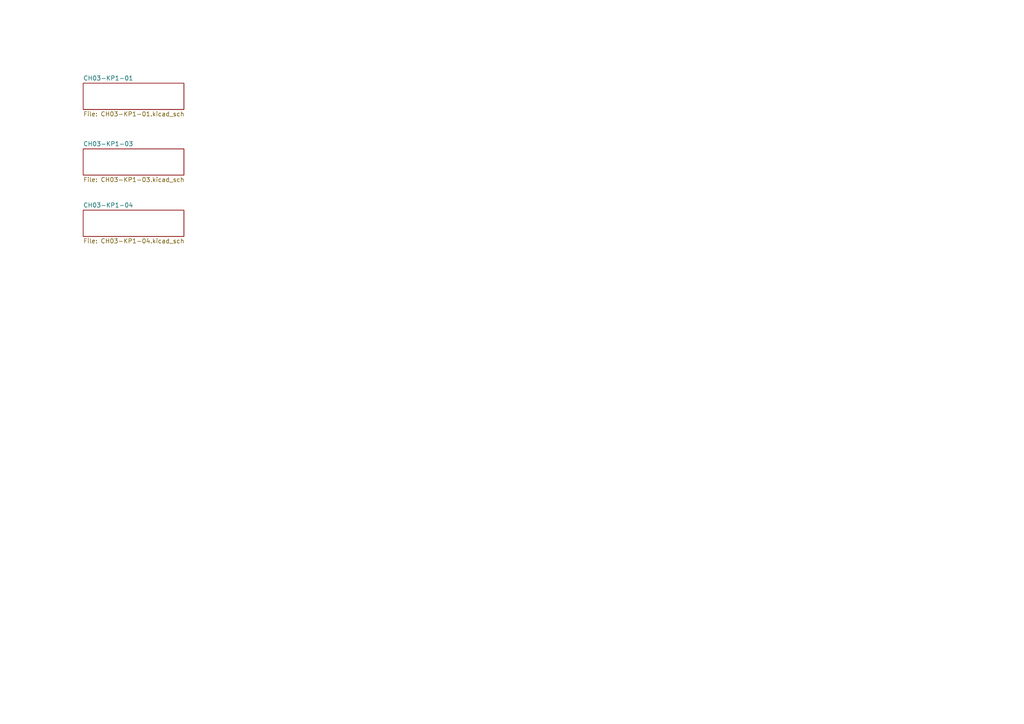
<source format=kicad_sch>
(kicad_sch
	(version 20250114)
	(generator "eeschema")
	(generator_version "9.0")
	(uuid "1e357050-6283-4eab-a528-70f40832f60c")
	(paper "A4")
	(lib_symbols)
	(sheet
		(at 24.13 60.96)
		(size 29.21 7.62)
		(exclude_from_sim no)
		(in_bom yes)
		(on_board yes)
		(dnp no)
		(fields_autoplaced yes)
		(stroke
			(width 0.1524)
			(type solid)
		)
		(fill
			(color 0 0 0 0.0000)
		)
		(uuid "0885d8bf-0178-4ca3-8d9c-8e4a35aecef8")
		(property "Sheetname" "CH03-KP1-04"
			(at 24.13 60.2484 0)
			(effects
				(font
					(size 1.27 1.27)
				)
				(justify left bottom)
			)
		)
		(property "Sheetfile" "CH03-KP1-04.kicad_sch"
			(at 24.13 69.1646 0)
			(effects
				(font
					(size 1.27 1.27)
				)
				(justify left top)
			)
		)
		(instances
			(project "ch3"
				(path "/1e357050-6283-4eab-a528-70f40832f60c"
					(page "4")
				)
			)
		)
	)
	(sheet
		(at 24.13 24.13)
		(size 29.21 7.62)
		(exclude_from_sim no)
		(in_bom yes)
		(on_board yes)
		(dnp no)
		(fields_autoplaced yes)
		(stroke
			(width 0.1524)
			(type solid)
		)
		(fill
			(color 0 0 0 0.0000)
		)
		(uuid "81c1dc32-0655-4f5f-9f65-6b79a29092d2")
		(property "Sheetname" "CH03-KP1-01"
			(at 24.13 23.4184 0)
			(effects
				(font
					(size 1.27 1.27)
				)
				(justify left bottom)
			)
		)
		(property "Sheetfile" "CH03-KP1-01.kicad_sch"
			(at 24.13 32.3346 0)
			(effects
				(font
					(size 1.27 1.27)
				)
				(justify left top)
			)
		)
		(instances
			(project "ch3"
				(path "/1e357050-6283-4eab-a528-70f40832f60c"
					(page "2")
				)
			)
		)
	)
	(sheet
		(at 24.13 43.18)
		(size 29.21 7.62)
		(exclude_from_sim no)
		(in_bom yes)
		(on_board yes)
		(dnp no)
		(fields_autoplaced yes)
		(stroke
			(width 0.1524)
			(type solid)
		)
		(fill
			(color 0 0 0 0.0000)
		)
		(uuid "96dc4bb3-e492-42da-9463-61234a7c6b2c")
		(property "Sheetname" "CH03-KP1-03"
			(at 24.13 42.4684 0)
			(effects
				(font
					(size 1.27 1.27)
				)
				(justify left bottom)
			)
		)
		(property "Sheetfile" "CH03-KP1-03.kicad_sch"
			(at 24.13 51.3846 0)
			(effects
				(font
					(size 1.27 1.27)
				)
				(justify left top)
			)
		)
		(instances
			(project "ch3"
				(path "/1e357050-6283-4eab-a528-70f40832f60c"
					(page "3")
				)
			)
		)
	)
	(sheet_instances
		(path "/"
			(page "1")
		)
	)
	(embedded_fonts no)
)

</source>
